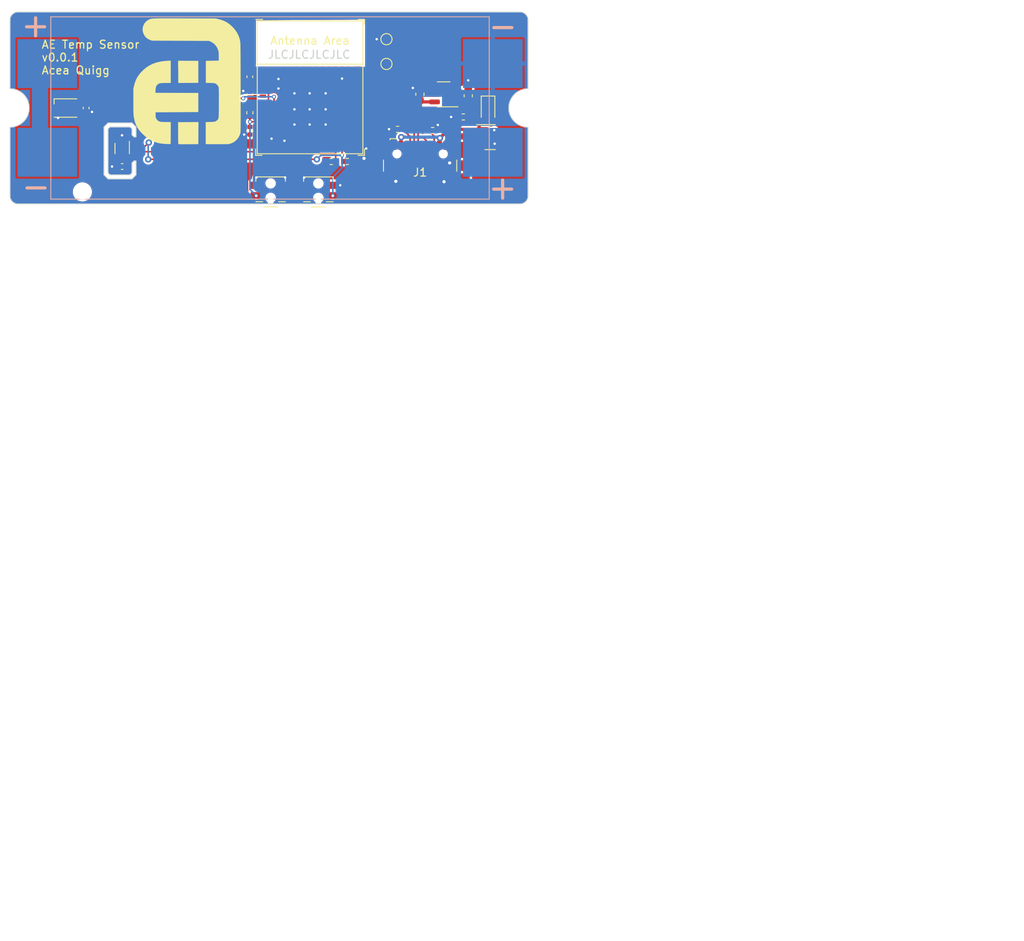
<source format=kicad_pcb>
(kicad_pcb (version 20241229) (generator "pcbnew") (generator_version "9.0")
  (layers (0 "F.Cu" signal) (2 "B.Cu" signal) (13 "F.Paste" user) (15 "B.Paste" user) (5 "F.SilkS" user "F.Silkscreen") (7 "B.SilkS" user "B.Silkscreen") (1 "F.Mask" user) (3 "B.Mask" user) (25 "Edge.Cuts" user))
  (net 0 "")
  (net 1 "GND")
  (net 2 "+3.3V")
  (net 3 "Net-(U1-EN{slash}CHIP_PU)")
  (net 4 "SDA")
  (net 5 "SCL")
  (net 7 "PXL_PWR")
  (net 15 "PXL")
  (net 26 "BATT")
  (net 28 "USB_VBUS")
  (net 29 "Net-(J1-CC1)")
  (net 30 "USBD+")
  (net 31 "USBD-")
  (net 32 "Net-(J1-CC2)")
  (net 39 "BATT_DIS")
  (footprint "Acea:ALPSALPINE-SKSCLBE010_C115361" (layer "F.Cu") (at 145.145 85.664924 180)
    (property "Reference" "SW2" (hide yes))
    (property "Value" "SW_Push")
    (pad "" np_thru_hole circle (at 0 -0.925) (size 0.75 0.75) (drill 0.8) (layers "*.Cu" "*.Mask"))
    (pad "" np_thru_hole circle (at 0 0.9) (size 0.75 0.75) (drill 0.8) (layers "*.Cu" "*.Mask"))
    (pad "1" smd rect (at -1.8 -0.65) (size 1.4 0.9) (layers "F.Cu" "F.Mask" "F.Paste") (net 5 "SCL"))
    (pad "1" smd rect (at 1.8 -0.65) (size 1.4 0.9) (layers "F.Cu" "F.Mask" "F.Paste") (net 5 "SCL"))
    (pad "2" smd rect (at -1.8 0.65) (size 1.4 0.9) (layers "F.Cu" "F.Mask" "F.Paste") (net 1 "GND"))
    (pad "2" smd rect (at 1.8 0.65) (size 1.4 0.9) (layers "F.Cu" "F.Mask" "F.Paste") (net 1 "GND"))
  )
  (footprint "Capacitor_SMD:C_0402_1005Metric" (layer "F.Cu") (at 136.578595 71.434925 90)
    (property "Reference" "C2" (hide yes))
    (property "Value" "100nF")
    (pad "1" smd roundrect (at -0.48 0 90) (size 0.56 0.62) (layers "F.Cu" "F.Mask" "F.Paste") (net 2 "+3.3V"))
    (pad "2" smd roundrect (at 0.48 0 90) (size 0.56 0.62) (layers "F.Cu" "F.Mask" "F.Paste") (net 1 "GND"))
  )
  (footprint "Capacitor_SMD:C_0402_1005Metric" (layer "F.Cu") (at 136.578595 78.184926 -90)
    (property "Reference" "C5" (hide yes))
    (property "Value" "100nF")
    (pad "1" smd roundrect (at -0.48 0 270) (size 0.56 0.62) (layers "F.Cu" "F.Mask" "F.Paste") (net 3 "Net-(U1-EN{slash}CHIP_PU)"))
    (pad "2" smd roundrect (at 0.48 0 270) (size 0.56 0.62) (layers "F.Cu" "F.Mask" "F.Paste") (net 1 "GND"))
  )
  (footprint "Connector_USB:USB_C_Receptacle_GCT_USB4110" (layer "F.Cu") (at 157.86 83.689924)
    (property "Reference" "J1" (at 0 -0.29 0) (layer "F.SilkS"))
    (property "Value" "USB_C_Receptacle_USB2.0")
    (pad "" np_thru_hole circle (at -2.89 -2.605) (size 0.65 0.65) (drill 0.65) (layers "*.Cu" "*.Mask"))
    (pad "" np_thru_hole circle (at 2.89 -2.605) (size 0.65 0.65) (drill 0.65) (layers "*.Cu" "*.Mask"))
    (pad "A1" smd roundrect (at -3.2 -3.68) (size 0.6 1.15) (layers "F.Cu" "F.Mask" "F.Paste") (net 1 "GND"))
    (pad "A4" smd roundrect (at -2.4 -3.68) (size 0.6 1.15) (layers "F.Cu" "F.Mask" "F.Paste") (net 39 "BATT_DIS"))
    (pad "A5" smd roundrect (at -1.25 -3.679999) (size 0.3 1.15) (layers "F.Cu" "F.Mask" "F.Paste") (net 29 "Net-(J1-CC1)"))
    (pad "A6" smd roundrect (at -0.25 -3.68) (size 0.3 1.15) (layers "F.Cu" "F.Mask" "F.Paste") (net 30 "USBD+"))
    (pad "A7" smd roundrect (at 0.25 -3.68) (size 0.3 1.15) (layers "F.Cu" "F.Mask" "F.Paste") (net 31 "USBD-"))
    (pad "A8" smd roundrect (at 1.25 -3.679999) (size 0.3 1.15) (layers "F.Cu" "F.Mask" "F.Paste"))
    (pad "A9" smd roundrect (at 2.4 -3.68) (size 0.6 1.15) (layers "F.Cu" "F.Mask" "F.Paste") (net 39 "BATT_DIS"))
    (pad "A12" smd roundrect (at 3.2 -3.68) (size 0.6 1.15) (layers "F.Cu" "F.Mask" "F.Paste") (net 1 "GND"))
    (pad "B1" smd roundrect (at 3.2 -3.68) (size 0.6 1.15) (layers "F.Cu" "F.Mask" "F.Paste") (net 1 "GND"))
    (pad "B4" smd roundrect (at 2.4 -3.68) (size 0.6 1.15) (layers "F.Cu" "F.Mask" "F.Paste") (net 39 "BATT_DIS"))
    (pad "B5" smd roundrect (at 1.75 -3.68) (size 0.3 1.15) (layers "F.Cu" "F.Mask" "F.Paste") (net 32 "Net-(J1-CC2)"))
    (pad "B6" smd roundrect (at 0.75 -3.68) (size 0.3 1.15) (layers "F.Cu" "F.Mask" "F.Paste") (net 30 "USBD+"))
    (pad "B7" smd roundrect (at -0.75 -3.68) (size 0.3 1.15) (layers "F.Cu" "F.Mask" "F.Paste") (net 31 "USBD-"))
    (pad "B8" smd roundrect (at -1.75 -3.68) (size 0.3 1.15) (layers "F.Cu" "F.Mask" "F.Paste"))
    (pad "B9" smd roundrect (at -2.4 -3.68) (size 0.6 1.15) (layers "F.Cu" "F.Mask" "F.Paste") (net 39 "BATT_DIS"))
    (pad "B12" smd roundrect (at -3.2 -3.68) (size 0.6 1.15) (layers "F.Cu" "F.Mask" "F.Paste") (net 1 "GND"))
    (pad "S1" smd roundrect (at -5.11 -3.105) (size 2.18 2) (layers "F.Cu" "F.Mask" "F.Paste") (roundrect_rratio 0.125) (net 1 "GND"))
    (pad "S1" smd roundrect (at -5.11 0.825) (size 2.18 2) (layers "F.Cu" "F.Mask" "F.Paste") (roundrect_rratio 0.125) (net 1 "GND"))
    (pad "S1" smd roundrect (at 5.11 -3.105) (size 2.18 2) (layers "F.Cu" "F.Mask" "F.Paste") (roundrect_rratio 0.125) (net 1 "GND"))
    (pad "S1" smd roundrect (at 5.11 0.825) (size 2.18 2) (layers "F.Cu" "F.Mask" "F.Paste") (roundrect_rratio 0.125) (net 1 "GND"))
  )
  (footprint "Capacitor_SMD:C_0402_1005Metric" (layer "F.Cu") (at 120.62 82.659923 180)
    (property "Reference" "C4" (hide yes))
    (property "Value" "100nF")
    (pad "1" smd roundrect (at -0.48 0 180) (size 0.56 0.62) (layers "F.Cu" "F.Mask" "F.Paste") (net 2 "+3.3V"))
    (pad "2" smd roundrect (at 0.48 0 180) (size 0.56 0.62) (layers "F.Cu" "F.Mask" "F.Paste") (net 1 "GND"))
  )
  (footprint "Acea:ALPSALPINE-SKSCLBE010_C115361" (layer "F.Cu") (at 139.175 85.659924 180)
    (property "Reference" "SW1" (hide yes))
    (property "Value" "SW_Push")
    (pad "" np_thru_hole circle (at 0 -0.925) (size 0.75 0.75) (drill 0.8) (layers "*.Cu" "*.Mask"))
    (pad "" np_thru_hole circle (at 0 0.9) (size 0.75 0.75) (drill 0.8) (layers "*.Cu" "*.Mask"))
    (pad "1" smd rect (at -1.8 -0.65) (size 1.4 0.9) (layers "F.Cu" "F.Mask" "F.Paste") (net 3 "Net-(U1-EN{slash}CHIP_PU)"))
    (pad "1" smd rect (at 1.8 -0.65) (size 1.4 0.9) (layers "F.Cu" "F.Mask" "F.Paste") (net 3 "Net-(U1-EN{slash}CHIP_PU)"))
    (pad "2" smd rect (at -1.8 0.65) (size 1.4 0.9) (layers "F.Cu" "F.Mask" "F.Paste") (net 1 "GND"))
    (pad "2" smd rect (at 1.8 0.65) (size 1.4 0.9) (layers "F.Cu" "F.Mask" "F.Paste") (net 1 "GND"))
  )
  (footprint "Capacitor_SMD:C_0402_1005Metric" (layer "F.Cu") (at 136.578595 73.664927 90)
    (property "Reference" "C1" (hide yes))
    (property "Value" "100nF")
    (pad "1" smd roundrect (at -0.48 0 90) (size 0.56 0.62) (layers "F.Cu" "F.Mask" "F.Paste") (net 2 "+3.3V"))
    (pad "2" smd roundrect (at 0.48 0 90) (size 0.56 0.62) (layers "F.Cu" "F.Mask" "F.Paste") (net 1 "GND"))
  )
  (footprint "Espressif:ESP32-C3-MINI-1" (layer "F.Cu") (at 144.103595 72.759925)
    (property "Reference" "U1" (hide yes))
    (property "Value" "ESP32-C3-MINI-1")
    (fp_text user "Antenna Area" (at 0 -5.85 0) (layer "F.SilkS"))
    (pad "1" smd rect (at -5.9 -1.3 90) (size 0.4 0.8) (layers "F.Cu" "F.Mask" "F.Paste") (net 1 "GND"))
    (pad "2" smd rect (at -5.9 -0.499999 90) (size 0.4 0.8) (layers "F.Cu" "F.Mask" "F.Paste") (net 1 "GND"))
    (pad "3" smd rect (at -5.9 0.3 90) (size 0.4 0.8) (layers "F.Cu" "F.Mask" "F.Paste") (net 2 "+3.3V"))
    (pad "4" smd rect (at -5.9 1.099999 90) (size 0.4 0.8) (layers "F.Cu" "F.Mask" "F.Paste"))
    (pad "5" smd rect (at -5.9 1.9 90) (size 0.4 0.8) (layers "F.Cu" "F.Mask" "F.Paste") (net 2 "+3.3V"))
    (pad "6" smd rect (at -5.9 2.7 90) (size 0.4 0.8) (layers "F.Cu" "F.Mask" "F.Paste") (net 15 "PXL"))
    (pad "7" smd rect (at -5.9 3.5 90) (size 0.4 0.8) (layers "F.Cu" "F.Mask" "F.Paste"))
    (pad "8" smd rect (at -5.9 4.3 90) (size 0.4 0.8) (layers "F.Cu" "F.Mask" "F.Paste") (net 3 "Net-(U1-EN{slash}CHIP_PU)"))
    (pad "9" smd rect (at -5.9 5.100001 90) (size 0.4 0.8) (layers "F.Cu" "F.Mask" "F.Paste"))
    (pad "10" smd rect (at -5.9 5.9 90) (size 0.4 0.8) (layers "F.Cu" "F.Mask" "F.Paste"))
    (pad "11" smd rect (at -5.9 6.699999 90) (size 0.4 0.8) (layers "F.Cu" "F.Mask" "F.Paste") (net 1 "GND"))
    (pad "12" smd rect (at -4.8 7.6) (size 0.4 0.8) (layers "F.Cu" "F.Mask" "F.Paste"))
    (pad "13" smd rect (at -4.000001 7.6) (size 0.4 0.8) (layers "F.Cu" "F.Mask" "F.Paste"))
    (pad "14" smd rect (at -3.2 7.6) (size 0.4 0.8) (layers "F.Cu" "F.Mask" "F.Paste") (net 1 "GND"))
    (pad "15" smd rect (at -2.4 7.6) (size 0.4 0.8) (layers "F.Cu" "F.Mask" "F.Paste"))
    (pad "16" smd rect (at -1.6 7.6) (size 0.4 0.8) (layers "F.Cu" "F.Mask" "F.Paste"))
    (pad "17" smd rect (at -0.8 7.6) (size 0.4 0.8) (layers "F.Cu" "F.Mask" "F.Paste"))
    (pad "18" smd rect (at 0 7.600001) (size 0.4 0.8) (layers "F.Cu" "F.Mask" "F.Paste"))
    (pad "19" smd rect (at 0.8 7.6) (size 0.4 0.8) (layers "F.Cu" "F.Mask" "F.Paste") (net 7 "PXL_PWR"))
    (pad "20" smd rect (at 1.6 7.6) (size 0.4 0.8) (layers "F.Cu" "F.Mask" "F.Paste"))
    (pad "21" smd rect (at 2.4 7.6) (size 0.4 0.8) (layers "F.Cu" "F.Mask" "F.Paste"))
    (pad "22" smd rect (at 3.2 7.6) (size 0.4 0.8) (layers "F.Cu" "F.Mask" "F.Paste") (net 4 "SDA"))
    (pad "23" smd rect (at 4.000001 7.6) (size 0.4 0.8) (layers "F.Cu" "F.Mask" "F.Paste") (net 5 "SCL"))
    (pad "24" smd rect (at 4.8 7.6) (size 0.4 0.8) (layers "F.Cu" "F.Mask" "F.Paste"))
    (pad "25" smd rect (at 5.9 6.699999 90) (size 0.4 0.8) (layers "F.Cu" "F.Mask" "F.Paste"))
    (pad "26" smd rect (at 5.9 5.9 90) (size 0.4 0.8) (layers "F.Cu" "F.Mask" "F.Paste") (net 31 "USBD-"))
    (pad "27" smd rect (at 5.9 5.100001 90) (size 0.4 0.8) (layers "F.Cu" "F.Mask" "F.Paste") (net 30 "USBD+"))
    (pad "28" smd rect (at 5.9 4.3 90) (size 0.4 0.8) (layers "F.Cu" "F.Mask" "F.Paste"))
    (pad "29" smd rect (at 5.9 3.5 90) (size 0.4 0.8) (layers "F.Cu" "F.Mask" "F.Paste"))
    (pad "30" smd rect (at 5.9 2.7 90) (size 0.4 0.8) (layers "F.Cu" "F.Mask" "F.Paste"))
    (pad "31" smd rect (at 5.9 1.9 90) (size 0.4 0.8) (layers "F.Cu" "F.Mask" "F.Paste"))
    (pad "32" smd rect (at 5.9 1.099999 90) (size 0.4 0.8) (layers "F.Cu" "F.Mask" "F.Paste"))
    (pad "33" smd rect (at 5.9 0.3 90) (size 0.4 0.8) (layers "F.Cu" "F.Mask" "F.Paste"))
    (pad "34" smd rect (at 5.9 -0.499999 90) (size 0.4 0.8) (layers "F.Cu" "F.Mask" "F.Paste"))
    (pad "35" smd rect (at 5.9 -1.3 90) (size 0.4 0.8) (layers "F.Cu" "F.Mask" "F.Paste"))
    (pad "36" smd rect (at 4.8 -2.199999) (size 0.4 0.8) (layers "F.Cu" "F.Mask" "F.Paste") (net 1 "GND"))
    (pad "37" smd rect (at 4 -2.2) (size 0.4 0.8) (layers "F.Cu" "F.Mask" "F.Paste") (net 1 "GND"))
    (pad "38" smd rect (at 3.2 -2.2) (size 0.4 0.8) (layers "F.Cu" "F.Mask" "F.Paste") (net 1 "GND"))
    (pad "39" smd rect (at 2.4 -2.2) (size 0.4 0.8) (layers "F.Cu" "F.Mask" "F.Paste") (net 1 "GND"))
    (pad "40" smd rect (at 1.6 -2.2) (size 0.4 0.8) (layers "F.Cu" "F.Mask" "F.Paste") (net 1 "GND"))
    (pad "41" smd rect (at 0.8 -2.199999) (size 0.4 0.8) (layers "F.Cu" "F.Mask" "F.Paste") (net 1 "GND"))
    (pad "42" smd rect (at 0 -2.2) (size 0.4 0.8) (layers "F.Cu" "F.Mask" "F.Paste") (net 1 "GND"))
    (pad "43" smd rect (at -0.8 -2.199999) (size 0.4 0.8) (layers "F.Cu" "F.Mask" "F.Paste") (net 1 "GND"))
    (pad "44" smd rect (at -1.6 -2.2) (size 0.4 0.8) (layers "F.Cu" "F.Mask" "F.Paste") (net 1 "GND"))
    (pad "45" smd rect (at -2.4 -2.2) (size 0.4 0.8) (layers "F.Cu" "F.Mask" "F.Paste") (net 1 "GND"))
    (pad "46" smd rect (at -3.2 -2.2) (size 0.4 0.8) (layers "F.Cu" "F.Mask" "F.Paste") (net 1 "GND"))
    (pad "47" smd rect (at -4 -2.2) (size 0.4 0.8) (layers "F.Cu" "F.Mask" "F.Paste") (net 1 "GND"))
    (pad "48" smd rect (at -4.8 -2.199999) (size 0.4 0.8) (layers "F.Cu" "F.Mask" "F.Paste") (net 1 "GND"))
    (pad "49" smd rect (at -1.975 2.7 90) (size 1.45 1.45) (layers "F.Cu" "F.Mask" "F.Paste") (net 1 "GND"))
    (pad "49" smd rect (at -1.975 4.675 90) (size 1.45 1.45) (layers "F.Cu" "F.Mask" "F.Paste") (net 1 "GND"))
    (pad "49" smd custom (at -1.974999 0.725) (size 0.8 0.8) (layers "F.Cu" "F.Mask" "F.Paste") (net 1 "GND") (options (clearance outline) (anchor rect)) (primitives (gr_poly (pts (xy 0.725 0.725) (xy -0.725 0.725) (xy -0.725 -0.125) (xy -0.125 -0.725) (xy 0.725 -0.725)) (width 0) (fill yes))))
    (pad "49" smd rect (at 0 0.724999 90) (size 1.45 1.45) (layers "F.Cu" "F.Mask" "F.Paste") (net 1 "GND"))
    (pad "49" smd rect (at 0 2.7 90) (size 1.45 1.45) (layers "F.Cu" "F.Mask" "F.Paste") (net 1 "GND"))
    (pad "49" smd rect (at 0 4.675 90) (size 1.45 1.45) (layers "F.Cu" "F.Mask" "F.Paste") (net 1 "GND"))
    (pad "49" smd rect (at 1.974999 0.725 90) (size 1.45 1.45) (layers "F.Cu" "F.Mask" "F.Paste") (net 1 "GND"))
    (pad "49" smd rect (at 1.975 2.7 90) (size 1.45 1.45) (layers "F.Cu" "F.Mask" "F.Paste") (net 1 "GND"))
    (pad "49" smd rect (at 1.975 4.675 90) (size 1.45 1.45) (layers "F.Cu" "F.Mask" "F.Paste") (net 1 "GND"))
    (pad "50" smd rect (at 5.95 -2.25 90) (size 0.7 0.7) (layers "F.Cu" "F.Mask" "F.Paste") (net 1 "GND"))
    (pad "51" smd rect (at 5.95 7.65 90) (size 0.7 0.7) (layers "F.Cu" "F.Mask" "F.Paste") (net 1 "GND"))
    (pad "52" smd rect (at -5.95 7.65 90) (size 0.7 0.7) (layers "F.Cu" "F.Mask" "F.Paste") (net 1 "GND"))
    (pad "53" smd rect (at -5.95 -2.25 90) (size 0.7 0.7) (layers "F.Cu" "F.Mask" "F.Paste") (net 1 "GND"))
  )
  (footprint "LED_SMD:LED_WS2812B-2020_PLCC4_2.0x2.0mm" (layer "F.Cu") (at 113.529999 75.344923)
    (property "Reference" "D2" (hide yes))
    (property "Value" "WS2812-2020")
    (pad "1" smd rect (at -0.915 -0.55) (size 0.7 0.7) (layers "F.Cu" "F.Mask" "F.Paste"))
    (pad "2" smd rect (at -0.915 0.55) (size 0.7 0.7) (layers "F.Cu" "F.Mask" "F.Paste") (net 1 "GND"))
    (pad "3" smd rect (at 0.915 0.55) (size 0.7 0.7) (layers "F.Cu" "F.Mask" "F.Paste") (net 15 "PXL"))
    (pad "4" smd rect (at 0.915 -0.55) (size 0.7 0.7) (layers "F.Cu" "F.Mask" "F.Paste") (net 7 "PXL_PWR"))
  )
  (footprint "kicad:ae_15mm" (layer "F.Cu") (at 128.666929 72.178447)
    (property "Reference" "G***" (hide yes))
    (property "Value" "LOGO" (hide yes))
  )
  (footprint "Resistor_SMD:R_0402_1005Metric" (layer "F.Cu") (at 163.262499 76.459923 180)
    (property "Reference" "R2" (hide yes))
    (property "Value" "100k")
    (pad "1" smd roundrect (at -0.509999 0 180) (size 0.54 0.64) (layers "F.Cu" "F.Mask" "F.Paste") (net 39 "BATT_DIS"))
    (pad "2" smd roundrect (at 0.509999 0 180) (size 0.54 0.64) (layers "F.Cu" "F.Mask" "F.Paste") (net 1 "GND"))
  )
  (footprint "Resistor_SMD:R_0402_1005Metric" (layer "F.Cu") (at 136.578595 75.934926 -90)
    (property "Reference" "R1" (hide yes))
    (property "Value" "5.1k")
    (pad "1" smd roundrect (at -0.509999 0 270) (size 0.54 0.64) (layers "F.Cu" "F.Mask" "F.Paste") (net 2 "+3.3V"))
    (pad "2" smd roundrect (at 0.509999 0 270) (size 0.54 0.64) (layers "F.Cu" "F.Mask" "F.Paste") (net 3 "Net-(U1-EN{slash}CHIP_PU)"))
  )
  (footprint "Resistor_SMD:R_0402_1005Metric" (layer "F.Cu") (at 148.75 82.034924 180)
    (property "Reference" "R4" (hide yes))
    (property "Value" "5.1k")
    (pad "1" smd roundrect (at -0.509999 0 180) (size 0.54 0.64) (layers "F.Cu" "F.Mask" "F.Paste") (net 2 "+3.3V"))
    (pad "2" smd roundrect (at 0.509999 0 180) (size 0.54 0.64) (layers "F.Cu" "F.Mask" "F.Paste") (net 5 "SCL"))
  )
  (footprint "Package_TO_SOT_SMD:SOT-563" (layer "F.Cu") (at 120.62 80.409925 -90)
    (property "Reference" "U2" (hide yes))
    (property "Value" "TMP102xxDRL")
    (pad "1" smd rect (at -0.75 -0.499999 270) (size 0.7 0.34) (layers "F.Cu" "F.Mask" "F.Paste") (net 5 "SCL"))
    (pad "2" smd rect (at -0.75 0 270) (size 0.7 0.34) (layers "F.Cu" "F.Mask" "F.Paste") (net 1 "GND"))
    (pad "3" smd rect (at -0.75 0.499999 270) (size 0.7 0.34) (layers "F.Cu" "F.Mask" "F.Paste"))
    (pad "4" smd rect (at 0.75 0.499999 270) (size 0.7 0.34) (layers "F.Cu" "F.Mask" "F.Paste") (net 1 "GND"))
    (pad "5" smd rect (at 0.75 0 270) (size 0.7 0.34) (layers "F.Cu" "F.Mask" "F.Paste") (net 2 "+3.3V"))
    (pad "6" smd rect (at 0.75 -0.499999 270) (size 0.7 0.34) (layers "F.Cu" "F.Mask" "F.Paste") (net 4 "SDA"))
  )
  (footprint "Package_TO_SOT_SMD:SOT-23" (layer "F.Cu") (at 166.6 78.984925)
    (property "Reference" "Q1" (hide yes))
    (property "Value" "AP3415E")
    (pad "1" smd roundrect (at -0.9375 -0.95) (size 1.475 0.6) (layers "F.Cu" "F.Mask" "F.Paste") (net 39 "BATT_DIS"))
    (pad "2" smd roundrect (at -0.9375 0.95) (size 1.475 0.6) (layers "F.Cu" "F.Mask" "F.Paste") (net 2 "+3.3V"))
    (pad "3" smd roundrect (at 0.937501 0) (size 1.475 0.6) (layers "F.Cu" "F.Mask" "F.Paste") (net 26 "BATT"))
  )
  (footprint "Resistor_SMD:R_0402_1005Metric" (layer "F.Cu") (at 146.75 82.034924)
    (property "Reference" "R3" (hide yes))
    (property "Value" "5.1k")
    (pad "1" smd roundrect (at -0.509999 0) (size 0.54 0.64) (layers "F.Cu" "F.Mask" "F.Paste") (net 2 "+3.3V"))
    (pad "2" smd roundrect (at 0.509999 0) (size 0.54 0.64) (layers "F.Cu" "F.Mask" "F.Paste") (net 4 "SDA"))
  )
  (footprint "Diode_SMD:D_SOD-323" (layer "F.Cu") (at 166.350001 75.459925 -90)
    (property "Reference" "D1" (hide yes))
    (property "Value" "1N5819WS")
    (pad "1" smd roundrect (at -1.05 0 270) (size 0.6 0.45) (layers "F.Cu" "F.Mask" "F.Paste") (net 28 "USB_VBUS"))
    (pad "2" smd roundrect (at 1.05 0 270) (size 0.6 0.45) (layers "F.Cu" "F.Mask" "F.Paste") (net 39 "BATT_DIS"))
  )
  (footprint "Resistor_SMD:R_0402_1005Metric" (layer "F.Cu") (at 159.425001 78.159925 180)
    (property "Reference" "R6" (hide yes))
    (property "Value" "5.1k")
    (pad "1" smd roundrect (at -0.509999 0 180) (size 0.54 0.64) (layers "F.Cu" "F.Mask" "F.Paste") (net 1 "GND"))
    (pad "2" smd roundrect (at 0.509999 0 180) (size 0.54 0.64) (layers "F.Cu" "F.Mask" "F.Paste") (net 32 "Net-(J1-CC2)"))
  )
  (footprint "TestPoint:TestPoint_Pad_D1.0mm" (layer "F.Cu") (at 153.653595 66.734924 90)
    (property "Reference" "TP3" (hide yes))
    (property "Value" "RxD")
    (pad "1" smd circle (at 0 0 90) (size 1 1) (layers "F.Cu" "F.Mask") (net 1 "GND"))
  )
  (footprint "Resistor_SMD:R_0402_1005Metric" (layer "F.Cu") (at 155.049999 78.009923 180)
    (property "Reference" "R5" (hide yes))
    (property "Value" "5.1k")
    (pad "1" smd roundrect (at -0.509999 0 180) (size 0.54 0.64) (layers "F.Cu" "F.Mask" "F.Paste") (net 29 "Net-(J1-CC1)"))
    (pad "2" smd roundrect (at 0.509999 0 180) (size 0.54 0.64) (layers "F.Cu" "F.Mask" "F.Paste") (net 1 "GND"))
  )
  (footprint "Capacitor_SMD:C_0603_1608Metric" (layer "F.Cu") (at 157.834847 73.618026 90)
    (property "Reference" "C7" (hide yes))
    (property "Value" "10uF")
    (pad "1" smd roundrect (at -0.775 0 90) (size 0.9 0.95) (layers "F.Cu" "F.Mask" "F.Paste") (net 2 "+3.3V"))
    (pad "2" smd roundrect (at 0.775 0 90) (size 0.9 0.95) (layers "F.Cu" "F.Mask" "F.Paste") (net 1 "GND"))
  )
  (footprint "Capacitor_SMD:C_0603_1608Metric" (layer "F.Cu") (at 163.87548 73.810028 90)
    (property "Reference" "C6" (hide yes))
    (property "Value" "10uF")
    (pad "1" smd roundrect (at -0.775 0 90) (size 0.9 0.95) (layers "F.Cu" "F.Mask" "F.Paste") (net 28 "USB_VBUS"))
    (pad "2" smd roundrect (at 0.775 0 90) (size 0.9 0.95) (layers "F.Cu" "F.Mask" "F.Paste") (net 1 "GND"))
  )
  (footprint "Capacitor_SMD:C_0402_1005Metric" (layer "F.Cu") (at 116.114999 75.344923 -90)
    (property "Reference" "C3" (hide yes))
    (property "Value" "100nF")
    (pad "1" smd roundrect (at -0.48 0 270) (size 0.56 0.62) (layers "F.Cu" "F.Mask" "F.Paste") (net 7 "PXL_PWR"))
    (pad "2" smd roundrect (at 0.48 0 270) (size 0.56 0.62) (layers "F.Cu" "F.Mask" "F.Paste") (net 1 "GND"))
  )
  (footprint "TestPoint:TestPoint_Pad_D1.0mm" (layer "F.Cu") (at 153.653596 69.834925 90)
    (property "Reference" "TP5" (hide yes))
    (property "Value" "TestPoint")
    (pad "1" smd circle (at 0 0 90) (size 1 1) (layers "F.Cu" "F.Mask") (net 2 "+3.3V"))
  )
  (footprint "Package_TO_SOT_SMD:SOT-23-5" (layer "F.Cu") (at 160.804914 73.630537 180)
    (property "Reference" "U4" (hide yes))
    (property "Value" "AP2112K-3.3")
    (pad "1" smd roundrect (at -1.1375 -0.949999 180) (size 1.325 0.6) (layers "F.Cu" "F.Mask" "F.Paste") (net 28 "USB_VBUS"))
    (pad "2" smd roundrect (at -1.1375 0 180) (size 1.325 0.6) (layers "F.Cu" "F.Mask" "F.Paste") (net 1 "GND"))
    (pad "3" smd roundrect (at -1.1375 0.949999 180) (size 1.325 0.6) (layers "F.Cu" "F.Mask" "F.Paste") (net 28 "USB_VBUS"))
    (pad "4" smd roundrect (at 1.1375 0.949999 180) (size 1.325 0.6) (layers "F.Cu" "F.Mask" "F.Paste"))
    (pad "5" smd roundrect (at 1.1375 -0.949999 180) (size 1.325 0.6) (layers "F.Cu" "F.Mask" "F.Paste") (net 2 "+3.3V"))
  )
  (footprint "Acea:BatteryHolder_BH-AAA-B5AK001_C964882" (layer "B.Cu") (at 139.1 75.334924)
    (property "Reference" "BT2" (hide yes))
    (property "Value" "Battery")
    (pad "" np_thru_hole circle (at -23.45 10.5) (size 1.9 1.9) (drill 1.9) (layers "*.Cu" "*.Mask"))
    (pad "1" smd rect (at 27.849999 5.55) (size 7.45 6.1) (layers "B.Cu" "B.Mask" "B.Paste") (net 26 "BATT"))
    (pad "2" smd rect (at 27.849999 -5.55) (size 7.45 6.1) (layers "B.Cu" "B.Mask" "B.Paste") (net 1 "GND"))
    (pad "3" smd rect (at -27.849999 -5.55) (size 7.45 6.1) (layers "B.Cu" "B.Mask" "B.Paste"))
    (pad "3" smd rect (at -27.849999 5.55) (size 7.45 6.1) (layers "B.Cu" "B.Mask" "B.Paste"))
  )
  (gr_line (start 122.099999 78.959925) (end 121.85 78.709925) (stroke (width 0.1)) (layer "Edge.Cuts"))
  (gr_arc (start 171.35 86.334924) (mid 171.057106 87.042031) (end 170.35 87.334925) (stroke (width 0.1)) (layer "Edge.Cuts"))
  (gr_arc (start 107.6 87.334925) (mid 106.892894 87.042032) (end 106.6 86.334924) (stroke (width 0.1)) (layer "Edge.Cuts"))
  (gr_arc (start 171.35 77.740595) (mid 168.944329 75.334924) (end 171.35 72.929253) (stroke (width 0.1)) (layer "Edge.Cuts"))
  (gr_line (start 171.35 72.929253) (end 171.35 64.334923) (stroke (width 0.1)) (layer "Edge.Cuts"))
  (gr_line (start 171.35 86.3349) (end 171.35 77.74057) (stroke (width 0.1)) (layer "Edge.Cuts"))
  (gr_line (start 122.35 78.959925) (end 122.099999 78.959925) (stroke (width 0.1)) (layer "Edge.Cuts"))
  (gr_line (start 121.85 82.209925) (end 121.85 83.459923) (stroke (width 0.1)) (layer "Edge.Cuts"))
  (gr_line (start 121.85 78.709925) (end 121.85 77.959925) (stroke (width 0.1)) (layer "Edge.Cuts"))
  (gr_line (start 118.85 77.959923) (end 119.1 77.709923) (stroke (width 0.1)) (layer "Edge.Cuts"))
  (gr_line (start 106.6 86.327829) (end 106.6 77.733546) (stroke (width 0.1)) (layer "Edge.Cuts"))
  (gr_line (start 118.85 77.209923) (end 121.85 77.209925) (stroke (width 0.1)) (layer "Edge.Cuts"))
  (gr_arc (start 170.35 63.334925) (mid 171.057106 63.627818) (end 171.35 64.334923) (stroke (width 0.1)) (layer "Edge.Cuts"))
  (gr_line (start 121.85 77.209925) (end 122.35 77.709923) (stroke (width 0.1)) (layer "Edge.Cuts"))
  (gr_line (start 121.85 84.209923) (end 122.35 83.709925) (stroke (width 0.1)) (layer "Edge.Cuts"))
  (gr_line (start 121.85 77.959925) (end 121.600001 77.709923) (stroke (width 0.1)) (layer "Edge.Cuts"))
  (gr_line (start 119.1 83.709925) (end 118.85 83.459924) (stroke (width 0.1)) (layer "Edge.Cuts"))
  (gr_arc (start 106.6 72.929253) (mid 109.005671 75.334924) (end 106.6 77.740595) (stroke (width 0.1)) (layer "Edge.Cuts"))
  (gr_line (start 118.350001 83.709925) (end 118.85 84.209924) (stroke (width 0.1)) (layer "Edge.Cuts"))
  (gr_line (start 121.600001 83.709925) (end 119.1 83.709925) (stroke (width 0.1)) (layer "Edge.Cuts"))
  (gr_line (start 122.100001 81.959924) (end 121.85 82.209925) (stroke (width 0.1)) (layer "Edge.Cuts"))
  (gr_arc (start 106.599999 64.334924) (mid 106.892893 63.627818) (end 107.6 63.334925) (stroke (width 0.1)) (layer "Edge.Cuts"))
  (gr_line (start 118.85 84.209924) (end 121.85 84.209923) (stroke (width 0.1)) (layer "Edge.Cuts"))
  (gr_line (start 107.6 87.334925) (end 170.35 87.334925) (stroke (width 0.1)) (layer "Edge.Cuts"))
  (gr_line (start 121.85 83.459923) (end 121.600001 83.709925) (stroke (width 0.1)) (layer "Edge.Cuts"))
  (gr_line (start 122.35 83.709925) (end 122.35 81.959925) (stroke (width 0.1)) (layer "Edge.Cuts"))
  (gr_line (start 118.85 83.459924) (end 118.85 77.959923) (stroke (width 0.1)) (layer "Edge.Cuts"))
  (gr_line (start 119.1 77.709923) (end 121.600001 77.709923) (stroke (width 0.1)) (layer "Edge.Cuts"))
  (gr_line (start 118.350001 77.709923) (end 118.85 77.209923) (stroke (width 0.1)) (layer "Edge.Cuts"))
  (gr_line (start 118.350001 77.709923) (end 118.350001 83.709925) (stroke (width 0.1)) (layer "Edge.Cuts"))
  (gr_line (start 106.599999 72.929207) (end 106.599999 64.334924) (stroke (width 0.1)) (layer "Edge.Cuts"))
  (gr_line (start 122.35 78.959925) (end 122.35 77.709923) (stroke (width 0.1)) (layer "Edge.Cuts"))
  (gr_line (start 107.6 63.334925) (end 170.35 63.334925) (stroke (width 0.1)) (layer "Edge.Cuts"))
  (gr_line (start 122.35 81.959925) (end 122.100001 81.959924) (stroke (width 0.1)) (layer "Edge.Cuts"))
  (gr_text "AE Temp Sensor\nv0.0.1\nAcea Quigg" (at 110.475 71.209924 0) (layer "F.SilkS") (effects (font (size 1 1)) (justify left bottom)))
  (gr_text "JLCJLCJLCJLC" (at 138.75 69.25 0) (layer "Edge.Cuts") (effects (font (size 1 1)) (justify left bottom)))
  (segment (start 110.346557 70.688369) (end 110.346557 79.98148) (width 2) (layer "B.Cu") (net 0))
  (segment (start 120.139998 82.659924) (end 119.349999 82.659925) (width 0.2) (layer "F.Cu") (net 1))
  (segment (start 146.053595 75.509926) (end 142.153596 75.509925) (width 0.2) (layer "F.Cu") (net 1))
  (segment (start 138.153594 72.209925) (end 138.203595 72.259925) (width 0.4) (layer "F.Cu") (net 1))
  (segment (start 137.023595 70.509925) (end 136.578595 70.954925) (width 0.4) (layer "F.Cu") (net 1))
  (segment (start 146.50054 73.06298) (end 146.50054 70.562981) (width 0.4) (layer "F.Cu") (net 1))
  (segment (start 139.503593 72.259925) (end 140.153594 72.909926) (width 0.4) (layer "F.Cu") (net 1))
  (segment (start 144.103595 73.484925) (end 144.103595 77.359925) (width 0.4) (layer "F.Cu") (net 1))
  (segment (start 137.375001 85.009923) (end 137.375001 84.063684) (width 0.2) (layer "F.Cu") (net 1))
  (segment (start 136.578595 73.184927) (end 135.778595 73.184927) (width 0.4) (layer "F.Cu") (net 1))
  (segment (start 116.839999 75.824925) (end 116.85 75.834925) (width 0.2) (layer "F.Cu") (net 1))
  (segment (start 140.903596 79.434925) (end 140.903596 80.359923) (width 0.2) (layer "F.Cu") (net 1))
  (segment (start 146.053595 73.509924) (end 142.153595 73.509926) (width 0.2) (layer "F.Cu") (net 1))
  (segment (start 163.279971 73.630537) (end 161.942415 73.630537) (width 0.4) (layer "F.Cu") (net 1))
  (segment (start 138.153595 80.409925) (end 138.153595 79.509925) (width 0.2) (layer "F.Cu") (net 1))
  (segment (start 151.301546 80.584925) (end 151.127687 80.411064) (width 0.4) (layer "F.Cu") (net 1))
  (segment (start 140.103596 71.659925) (end 140.153594 71.709924) (width 0.4) (layer "F.Cu") (net 1))
  (segment (start 147.874576 85.004844) (end 146.955081 85.004844) (width 0.2) (layer "F.Cu") (net 1))
  (segment (start 152.749999 80.584925) (end 151.301546 80.584925) (width 0.4) (layer "F.Cu") (net 1))
  (segment (start 142.128594 73.534924) (end 142.128594 77.434925) (width 0.2) (layer "F.Cu") (net 1))
  (segment (start 139.003596 79.459922) (end 138.203595 79.459924) (width 0.2) (layer "F.Cu") (net 1))
  (segment (start 162.97 80.789924) (end 161.55 82.209924) (width 0.4) (layer "F.Cu") (net 1))
  (segment (start 141.703887 73.060214) (end 141.703886 70.560215) (width 0.4) (layer "F.Cu") (net 1))
  (segment (start 161.06 80.009924) (end 162.395 80.009924) (width 0.4) (layer "F.Cu") (net 1))
  (segment (start 120.120001 81.159924) (end 120.119998 82.639923) (width 0.2) (layer "F.Cu") (net 1))
  (segment (start 152.454328 66.734925) (end 152.450091 66.730688) (width 0.2) (layer "F.Cu") (net 1))
  (segment (start 160.06 77.474922) (end 160.06 78.034925) (width 0.2) (layer "F.Cu") (net 1))
  (segment (start 153.975 77.984924) (end 154.515 77.984924) (width 0.2) (layer "F.Cu") (net 1))
  (segment (start 135.875352 78.664925) (end 135.870019 78.659592) (width 0.2) (layer "F.Cu") (net 1))
  (segment (start 139.289298 79.174223) (end 139.003596 79.459922) (width 0.2) (layer "F.Cu") (net 1))
  (segment (start 138.203595 72.259925) (end 139.503593 72.259925) (width 0.4) (layer "F.Cu") (net 1))
  (segment (start 137.375001 84.063684) (end 137.400688 84.037997) (width 0.2) (layer "F.Cu") (net 1))
  (segment (start 139.303595 70.559925) (end 138.203595 70.559925) (width 0.4) (layer "F.Cu") (net 1))
  (segment (start 160.895001 84.514925) (end 160.85 84.559924) (width 0.4) (layer "F.Cu") (net 1))
  (segment (start 160.075 77.459925) (end 160.06 77.474922) (width 0.2) (layer "F.Cu") (net 1))
  (segment (start 161.737501 76.459923) (end 162.5025 76.459925) (width 0.2) (layer "F.Cu") (net 1))
  (segment (start 136.578595 78.664926) (end 135.875352 78.664925) (width 0.2) (layer "F.Cu") (net 1))
  (segment (start 150.053596 80.409924) (end 151.126547 80.409924) (width 0.4) (layer "F.Cu") (net 1))
  (segment (start 142.128595 73.484925) (end 141.703887 73.060214) (width 0.4) (layer "F.Cu") (net 1))
  (segment (start 140.975 85.009924) (end 140.975 84.053627) (width 0.2) (layer "F.Cu") (net 1))
  (segment (start 154.66 80.009923) (end 153.325 80.009924) (width 0.4) (layer "F.Cu") (net 1))
  (segment (start 116.114999 75.824925) (end 116.839999 75.824925) (width 0.2) (layer "F.Cu") (net 1))
  (segment (start 148.953595 70.509925) (end 148.903595 70.559925) (width 0.4) (layer "F.Cu") (net 1))
  (segment (start 112.6 76.584922) (end 112.6 75.909925) (width 0.2) (layer "F.Cu") (net 1))
  (segment (start 146.078595 77.434923) (end 142.178594 77.434923) (width 0.2) (layer "F.Cu") (net 1))
  (segment (start 143.345001 85.014923) (end 143.345 84.071688) (width 0.2) (layer "F.Cu") (net 1))
  (segment (start 150.053596 70.509924) (end 148.953595 70.509925) (width 0.4) (layer "F.Cu") (net 1))
  (segment (start 138.153594 70.509925) (end 137.023595 70.509925) (width 0.4) (layer "F.Cu") (net 1))
  (segment (start 135.778595 73.184927) (end 135.753596 73.209925) (width 0.4) (layer "F.Cu") (net 1))
  (segment (start 151.127687 81.357239) (end 150.85 81.634925) (width 0.4) (layer "F.Cu") (net 1))
  (segment (start 154.819999 84.514924) (end 154.824999 84.509924) (width 0.4) (layer "F.Cu") (net 1))
  (segment (start 152.749999 84.514924) (end 154.819999 84.514924) (width 0.4) (layer "F.Cu") (net 1))
  (segment (start 163.875 71.884925) (end 163.875 73.034549) (width 0.4) (layer "F.Cu") (net 1))
  (segment (start 156.95 72.834924) (end 157.826745 72.834925) (width 0.4) (layer "F.Cu") (net 1))
  (segment (start 120.62 79.659925) (end 120.62 78.779925) (width 0.2) (layer "F.Cu") (net 1))
  (segment (start 120.62 78.779925) (end 120.6 78.759925) (width 0.2) (layer "F.Cu") (net 1))
  (segment (start 162.97 84.514924) (end 160.895001 84.514925) (width 0.4) (layer "F.Cu") (net 1))
  (segment (start 153.653595 66.734924) (end 152.454328 66.734925) (width 0.2) (layer "F.Cu") (net 1))
  (segment (start 139.303595 70.559925) (end 148.903595 70.559925) (width 0.4) (layer "F.Cu") (net 1))
  (segment (start 148.103594 71.659926) (end 148.103594 70.559925) (width 0.4) (layer "F.Cu") (net 1))
  (segment (start 151.127687 80.411064) (end 151.127687 81.357239) (width 0.4) (layer "F.Cu") (net 1))
  (segment (start 140.975 84.053627) (end 140.990629 84.037998) (width 0.2) (layer "F.Cu") (net 1))
  (segment (start 138.153594 70.509925) (end 138.153594 72.209925) (width 0.4) (layer "F.Cu") (net 1))
  (segment (start 163.87548 73.035029) (end 163.279971 73.630537) (width 0.4) (layer "F.Cu") (net 1))
  (segment (start 146.078595 73.534925) (end 146.078595 77.434923) (width 0.2) (layer "F.Cu") (net 1))
  (segment (start 140.103596 70.559923) (end 140.103596 71.659925) (width 0.4) (layer "F.Cu") (net 1))
  (segment (start 143.345 84.071688) (end 143.363286 84.053405) (width 0.2) (layer "F.Cu") (net 1))
  (segment (start 151.126547 80.409924) (end 151.127687 80.411064) (width 0.4) (layer "F.Cu") (net 1))
  (segment (start 144.103595 73.484925) (end 144.103595 70.559925) (width 0.4) (layer "F.Cu") (net 1))
  (via (at 156.95 72.834924) (size 0.5) (drill 0.3) (layers "F.Cu" "B.Cu") (net 1))
  (via (at 146.053595 73.509924) (size 0.5) (drill 0.3) (layers "F.Cu" "B.Cu") (net 1))
  (via (at 139.289298 79.174223) (size 0.5) (drill 0.3) (layers "F.Cu" "B.Cu") (net 1))
  (via (at 119.349999 82.659925) (size 0.5) (drill 0.3) (layers "F.Cu" "B.Cu") (net 1))
  (via (at 140.903596 79.434925) (size 0.5) (drill 0.3) (layers "F.Cu" "B.Cu") (net 1))
  (via (at 120.6 78.759925) (size 0.5) (drill 0.3) (layers "F.Cu" "B.Cu") (net 1))
  (via (at 151.127687 80.411064) (size 0.5) (drill 0.3) (layers "F.Cu" "B.Cu") (net 1))
  (via (at 154.824999 84.509924) (size 0.8) (drill 0.4) (layers "F.Cu" "B.Cu") (net 1))
  (via (at 135.753596 73.209925) (size 0.5) (drill 0.3) (layers "F.Cu" "B.Cu") (net 1))
  (via (at 143.363286 84.053405) (size 0.5) (drill 0.3) (layers "F.Cu" "B.Cu") (net 1))
  (via (at 161.737501 76.459923) (size 0.5) (drill 0.3) (layers "F.Cu" "B.Cu") (net 1))
  (via (at 144.053594 77.409925) (size 0.5) (drill 0.3) (layers "F.Cu" "B.Cu") (net 1))
  (via (at 160.85 84.559924) (size 0.8) (drill 0.4) (layers "F.Cu" "B.Cu") (net 1))
  (via (at 147.874576 85.004844) (size 0.5) (drill 0.3) (layers "F.Cu" "B.Cu") (net 1))
  (via (at 137.400688 84.037997) (size 0.5) (drill 0.3) (layers "F.Cu" "B.Cu") (net 1))
  (via (at 142.153595 73.509926) (size 0.5) (drill 0.3) (layers "F.Cu" "B.Cu") (net 1))
  (via (at 153.975 77.984924) (size 0.5) (drill 0.3) (layers "F.Cu" "B.Cu") (net 1))
  (via (at 140.153594 71.709924) (size 0.5) (drill 0.3) (layers "F.Cu" "B.Cu") (net 1))
  (via (at 112.6 76.584922) (size 0.5) (drill 0.3) (layers "F.Cu" "B.Cu") (net 1))
  (via (at 146.053595 75.509926) (size 0.5) (drill 0.3) (layers "F.Cu" "B.Cu") (net 1))
  (via (at 150.85 81.634925) (size 0.8) (drill 0.4) (layers "F.Cu" "B.Cu") (net 1))
  (via (at 116.85 75.834925) (size 0.5) (drill 0.3) (layers "F.Cu" "B.Cu") (net 1))
  (via (at 148.103594 71.659926) (size 0.5) (drill 0.3) (layers "F.Cu" "B.Cu") (net 1))
  (via (at 140.990629 84.037998) (size 0.5) (drill 0.3) (layers "F.Cu" "B.Cu") (net 1))
  (via (at 135.870019 78.659592) (size 0.5) (drill 0.3) (layers "F.Cu" "B.Cu") (net 1))
  (via (at 160.075 77.459925) (size 0.5) (drill 0.3) (layers "F.Cu" "B.Cu") (net 1))
  (via (at 152.433595 66.734923) (size 0.5) (drill 0.3) (layers "F.Cu" "B.Cu") (net 1))
  (via (at 161.55 82.209924) (size 0.8) (drill 0.4) (layers "F.Cu" "B.Cu") (net 1))
  (via (at 144.053595 73.509926) (size 0.5) (drill 0.3) (layers "F.Cu" "B.Cu") (net 1))
  (via (at 163.875 71.884925) (size 0.5) (drill 0.3) (layers "F.Cu" "B.Cu") (net 1))
  (via (at 142.153596 75.509925) (size 0.5) (drill 0.3) (layers "F.Cu" "B.Cu") (net 1))
  (via (at 146.053595 77.409926) (size 0.5) (drill 0.3) (layers "F.Cu" "B.Cu") (net 1))
  (via (at 142.153596 77.409926) (size 0.5) (drill 0.3) (layers "F.Cu" "B.Cu") (net 1))
  (via (at 144.053594 75.509925) (size 0.5) (drill 0.3) (layers "F.Cu" "B.Cu") (net 1))
  (via (at 140.153594 72.909926) (size 0.5) (drill 0.3) (layers "F.Cu" "B.Cu") (net 1))
  (segment (start 137.953596 74.409925) (end 136.843594 74.409925) (width 0.2) (layer "F.Cu") (net 2))
  (segment (start 138.803595 74.659924) (end 138.903595 74.559923) (width 0.2) (layer "F.Cu") (net 2))
  (segment (start 121.1 82.409924) (end 121.1 82.659924) (width 0.2) (layer "F.Cu") (net 2))
  (segment (start 138.903595 74.559923) (end 138.903595 73.138518) (width 0.2) (layer "F.Cu") (net 2))
  (segment (start 138.203595 74.659924) (end 137.953596 74.409925) (width 0.2) (layer "F.Cu") (net 2))
  (segment (start 138.203595 74.659924) (end 138.803595 74.659924) (width 0.2) (layer "F.Cu") (net 2))
  (segment (start 138.203595 73.059925) (end 137.723595 73.059922) (width 0.4) (layer "F.Cu") (net 2))
  (segment (start 138.903595 73.138518) (end 138.824999 73.059923) (width 0.2) (layer "F.Cu") (net 2))
  (segment (start 159.667414 74.580539) (end 158.022358 74.580538) (width 0.4) (layer "F.Cu") (net 2))
  (segment (start 120.62 81.159922) (end 120.62 81.929923) (width 0.2) (layer "F.Cu") (net 2))
  (segment (start 137.723595 73.059922) (end 136.578595 71.914925) (width 0.4) (layer "F.Cu") (net 2))
  (segment (start 138.824999 73.059923) (end 138.203595 73.059925) (width 0.2) (layer "F.Cu") (net 2))
  (segment (start 120.62 81.929923) (end 121.1 82.409924) (width 0.2) (layer "F.Cu") (net 2))
  (segment (start 136.843594 74.409925) (end 136.578595 74.144927) (width 0.2) (layer "F.Cu") (net 2))
  (segment (start 136.584392 77.059923) (end 136.578595 77.059924) (width 0.2) (layer "F.Cu") (net 3))
  (segment (start 136.597325 77.059923) (end 136.590858 77.066389) (width 0.2) (layer "F.Cu") (net 3))
  (segment (start 139.89727 85.682194) (end 140.524999 86.309924) (width 0.2) (layer "F.Cu") (net 3))
  (segment (start 137.675 86.309925) (end 138.302731 85.682191) (width 0.2) (layer "F.Cu") (net 3))
  (segment (start 138.203595 77.059924) (end 136.597325 77.059923) (width 0.2) (layer "F.Cu") (net 3))
  (segment (start 138.302731 85.682191) (end 139.89727 85.682194) (width 0.2) (layer "F.Cu") (net 3))
  (segment (start 136.590858 77.066389) (end 136.584392 77.059923) (width 0.2) (layer "F.Cu") (net 3))
  (segment (start 136.578595 77.059924) (end 136.578595 76.444926) (width 0.2) (layer "F.Cu") (net 3))
  (segment (start 136.578595 77.704926) (end 136.578595 76.444926) (width 0.2) (layer "F.Cu") (net 3))
  (via (at 137.375 86.309925) (size 0.5) (drill 0.3) (layers "F.Cu" "B.Cu") (net 3))
  (via (at 136.590858 77.066389) (size 0.5) (drill 0.3) (layers "F.Cu" "B.Cu") (net 3))
  (segment (start 136.590858 77.066389) (end 136.590858 85.525783) (width 0.2) (layer "B.Cu") (net 3))
  (segment (start 136.590858 85.525783) (end 137.375 86.309925) (width 0.2) (layer "B.Cu") (net 3))
  (segment (start 147.303595 81.084922) (end 147.303595 81.15633) (width 0.2) (layer "F.Cu") (net 4))
  (segment (start 147.314357 81.267771) (end 147.303595 81.278532) (width 0.2) (layer "F.Cu") (net 4))
  (segment (start 147.303595 80.359924) (end 147.303595 81.084922) (width 0.2) (layer "F.Cu") (net 4))
  (segment (start 147.303595 81.084922) (end 147.303594 81.25701) (width 0.2) (layer "F.Cu") (net 4))
  (segment (start 147.20719 81.059925) (end 146.975 81.059925) (width 0.2) (layer "F.Cu") (net 4))
  (segment (start 137.502595 81.060925) (end 137.502594 80.809923) (width 0.2) (layer "F.Cu") (net 4))
  (segment (start 137.502594 80.809923) (end 121.469999 80.809924) (width 0.2) (layer "F.Cu") (net 4))
  (segment (start 147.303595 81.278532) (end 147.303594 81.991328) (width 0.2) (layer "F.Cu") (net 4))
  (segment (start 146.975 81.059925) (end 146.974001 81.060924) (width 0.2) (layer "F.Cu") (net 4))
  (segment (start 146.974001 81.060924) (end 137.502595 81.060925) (width 0.2) (layer "F.Cu") (net 4))
  (segment (start 147.303594 81.25701) (end 147.314357 81.267771) (width 0.2) (layer "F.Cu") (net 4))
  (segment (start 121.469999 80.809924) (end 121.119999 81.159924) (width 0.2) (layer "F.Cu") (net 4))
  (segment (start 123.5 80.109923) (end 121.569999 80.109924) (width 0.2) (layer "F.Cu") (net 5))
  (segment (start 148.104922 81.259968) (end 148.103594 81.25864) (width 0.2) (layer "F.Cu") (net 5))
  (segment (start 145.866461 85.686387) (end 146.494999 86.314924) (width 0.2) (layer "F.Cu") (net 5))
  (segment (start 143.87 86.314922) (end 144.498538 85.686384) (width 0.2) (layer "F.Cu") (net 5))
  (segment (start 148.104922 81.259968) (end 148.104922 82.170003) (width 0.2) (layer "F.Cu") (net 5))
  (segment (start 148.103594 81.25864) (end 148.103594 80.359923) (width 0.2) (layer "F.Cu") (net 5))
  (segment (start 123.875 81.759924) (end 144.948999 81.759924) (width 0.2) (layer "F.Cu") (net 5))
  (segment (start 144.498538 85.686384) (end 145.866461 85.686387) (width 0.2) (layer "F.Cu") (net 5))
  (segment (start 144.948999 81.759924) (end 144.949999 81.760924) (width 0.2) (layer "F.Cu") (net 5))
  (segment (start 121.569999 80.109924) (end 121.119999 79.659925) (width 0.2) (layer "F.Cu") (net 5))
  (segment (start 123.950001 79.659925) (end 123.5 80.109923) (width 0.2) (layer "F.Cu") (net 5))
  (via (at 123.950001 79.659925) (size 0.8) (drill 0.4) (layers "F.Cu" "B.Cu") (net 5))
  (via (at 144.949999 81.760924) (size 0.8) (drill 0.4) (layers "F.Cu" "B.Cu") (net 5))
  (via (at 123.875 81.759924) (size 0.8) (drill 0.4) (layers "F.Cu" "B.Cu") (net 5))
  (via (at 148.104922 81.259968) (size 0.5) (drill 0.3) (layers "F.Cu" "B.Cu") (net 5))
  (via (at 146.945 86.314924) (size 0.5) (drill 0.3) (layers "F.Cu" "B.Cu") (net 5))
  (segment (start 144.949999 81.760924) (end 144.95 81.759922) (width 0.2) (layer "B.Cu") (net 5))
  (segment (start 146.945 83.989923) (end 146.945 86.314924) (width 0.2) (layer "B.Cu") (net 5))
  (segment (start 123.875 81.759924) (end 123.875001 79.659925) (width 0.2) (layer "B.Cu") (net 5))
  (segment (start 148.104922 82.830001) (end 146.945 83.989923) (width 0.2) (layer "B.Cu") (net 5))
  (segment (start 123.875001 79.659925) (end 123.950001 79.659925) (width 0.2) (layer "B.Cu") (net 5))
  (segment (start 145.449956 81.259966) (end 148.104922 81.259968) (width 0.2) (layer "B.Cu") (net 5))
  (segment (start 148.104922 81.259968) (end 148.104922 82.830001) (width 0.2) (layer "B.Cu") (net 5))
  (segment (start 144.95 81.759922) (end 145.449956 81.259966) (width 0.2) (layer "B.Cu") (net 5))
  (segment (start 141.275001 78.459924) (end 143.603594 78.459925) (width 0.2) (layer "F.Cu") (net 7))
  (segment (start 143.603594 78.459925) (end 144.903595 79.759923) (width 0.2) (layer "F.Cu") (net 7))
  (segment (start 139.6 76.784925) (end 141.275001 78.459924) (width 0.2) (layer "F.Cu") (net 7))
  (segment (start 139.6 73.934924) (end 139.6 76.784925) (width 0.2) (layer "F.Cu") (net 7))
  (segment (start 135.750001 74.134925) (end 116.845 74.134925) (width 0.2) (layer "F.Cu") (net 7))
  (segment (start 116.845 74.134925) (end 116.115 74.864925) (width 0.2) (layer "F.Cu") (net 7))
  (segment (start 114.445 74.794925) (end 116.045 74.794925) (width 0.2) (layer "F.Cu") (net 7))
  (segment (start 144.903595 79.759923) (end 144.903595 80.359924) (width 0.2) (layer "F.Cu") (net 7))
  (via (at 135.750001 74.134925) (size 0.5) (drill 0.3) (layers "F.Cu" "B.Cu") (net 7))
  (via (at 139.6 73.934924) (size 0.5) (drill 0.3) (layers "F.Cu" "B.Cu") (net 7))
  (segment (start 139.6 73.934924) (end 135.949999 73.934925) (width 0.2) (layer "B.Cu") (net 7))
  (segment (start 135.949999 73.934925) (end 135.750001 74.134925) (width 0.2) (layer "B.Cu") (net 7))
  (segment (start 118.627819 74.834923) (end 136.928598 74.834923) (width 0.2) (layer "F.Cu") (net 15))
  (segment (start 114.955001 76.404924) (end 117.057817 76.404924) (width 0.2) (layer "F.Cu") (net 15))
  (segment (start 137.553597 75.459925) (end 138.203595 75.459925) (width 0.2) (layer "F.Cu") (net 15))
  (segment (start 117.057817 76.404924) (end 118.627819 74.834923) (width 0.2) (layer "F.Cu") (net 15))
  (segment (start 136.928598 74.834923) (end 137.553597 75.459925) (width 0.2) (layer "F.Cu") (net 15))
  (segment (start 114.445001 75.894924) (end 114.955001 76.404924) (width 0.2) (layer "F.Cu") (net 15))
  (segment (start 167.125 78.109924) (end 167.112501 78.122424) (width 0.4) (layer "F.Cu") (net 26))
  (segment (start 167.112501 78.559925) (end 167.537502 78.984925) (width 0.4) (layer "F.Cu") (net 26))
  (segment (start 167.175 79.809925) (end 167.112501 79.747425) (width 0.4) (layer "F.Cu") (net 26))
  (segment (start 167.112501 79.409925) (end 167.537502 78.984925) (width 0.4) (layer "F.Cu") (net 26))
  (segment (start 167.112501 79.747425) (end 167.112501 79.409925) (width 0.4) (layer "F.Cu") (net 26))
  (segment (start 167.112501 78.122424) (end 167.112501 78.559925) (width 0.4) (layer "F.Cu") (net 26))
  (via (at 167.125 78.109924) (size 0.5) (drill 0.3) (layers "F.Cu" "B.Cu") (net 26))
  (via (at 167.175 79.809925) (size 0.5) (drill 0.3) (layers "F.Cu" "B.Cu") (net 26))
  (segment (start 161.942415 72.680539) (end 161.452097 72.680539) (width 0.4) (layer "F.Cu") (net 28))
  (segment (start 163.87548 74.585028) (end 161.946905 74.585028) (width 0.4) (layer "F.Cu") (net 28))
  (segment (start 164.050583 74.409925) (end 166.350001 74.409924) (width 0.4) (layer "F.Cu") (net 28))
  (segment (start 160.879914 73.25272) (end 160.879914 74.008354) (width 0.4) (layer "F.Cu") (net 28))
  (segment (start 160.879914 74.008354) (end 161.452097 74.580537) (width 0.4) (layer "F.Cu") (net 28))
  (segment (start 161.452097 74.580537) (end 161.942415 74.580538) (width 0.4) (layer "F.Cu") (net 28))
  (segment (start 161.452097 72.680539) (end 160.879914 73.25272) (width 0.4) (layer "F.Cu") (net 28))
  (segment (start 156.610001 80.009924) (end 156.610001 78.919922) (width 0.2) (layer "F.Cu") (net 29))
  (segment (start 156.610001 78.919922) (end 155.700002 78.009923) (width 0.2) (layer "F.Cu") (net 29))
  (segment (start 158.610001 80.009925) (end 158.610001 79.401099) (width 0.2) (layer "F.Cu") (net 30))
  (segment (start 157.61 78.412484) (end 156.007441 76.809922) (width 0.2) (layer "F.Cu") (net 30))
  (segment (start 158.193824 78.984924) (end 157.61 78.984925) (width 0.2) (layer "F.Cu") (net 30))
  (segment (start 156.007441 76.809922) (end 151.725 76.809922) (width 0.2) (layer "F.Cu") (net 30))
  (segment (start 157.61 78.984925) (end 157.61 78.412484) (width 0.2) (layer "F.Cu") (net 30))
  (segment (start 150.675 77.859925) (end 150.003595 77.859925) (width 0.2) (layer "F.Cu") (net 30))
  (segment (start 151.725 76.809922) (end 150.675 77.859925) (width 0.2) (layer "F.Cu") (net 30))
  (segment (start 157.61 80.009923) (end 157.61 78.984925) (width 0.2) (layer "F.Cu") (net 30))
  (segment (start 158.610001 79.401099) (end 158.193824 78.984924) (width 0.2) (layer "F.Cu") (net 30))
  (segment (start 152.028596 77.234924) (end 155.860184 77.234925) (width 0.2) (layer "F.Cu") (net 31))
  (segment (start 150.603596 78.659922) (end 152.028596 77.234924) (width 0.2) (layer "F.Cu") (net 31))
  (segment (start 150.003595 78.659925) (end 150.603596 78.659922) (width 0.2) (layer "F.Cu") (net 31))
  (segment (start 157.109999 80.009925) (end 157.109999 78.479583) (width 0.2) (layer "F.Cu") (net 31))
  (segment (start 155.860184 77.234925) (end 156.345183 77.719921) (width 0.2) (layer "F.Cu") (net 31))
  (segment (start 158.11 80.618749) (end 158.11 80.009924) (width 0.2) (layer "F.Cu") (net 31))
  (segment (start 157.109999 80.009925) (end 157.109999 80.618749) (width 0.2) (layer "F.Cu") (net 31))
  (segment (start 157.109999 80.618749) (end 157.377175 80.885924) (width 0.2) (layer "F.Cu") (net 31))
  (segment (start 157.842824 80.885924) (end 158.11 80.618749) (width 0.2) (layer "F.Cu") (net 31))
  (segment (start 157.109999 78.479583) (end 156.349341 77.718924) (width 0.2) (layer "F.Cu") (net 31))
  (segment (start 157.377175 80.885924) (end 157.842824 80.885924) (width 0.2) (layer "F.Cu") (net 31))
  (segment (start 159.609999 80.009925) (end 159.609999 78.854925) (width 0.2) (layer "F.Cu") (net 32))
  (segment (start 159.609999 78.854925) (end 158.915 78.159925) (width 0.2) (layer "F.Cu") (net 32))
  (segment (start 155.46 79.024924) (end 155.5 78.984923) (width 0.4) (layer "F.Cu") (net 39))
  (segment (start 165.2375 77.872424) (end 165.2375 76.522425) (width 0.4) (layer "F.Cu") (net 39))
  (segment (start 160.336279 79.098311) (end 161.424666 78.009924) (width 0.4) (layer "F.Cu") (net 39))
  (segment (start 155.46 80.009924) (end 155.46 79.024924) (width 0.4) (layer "F.Cu") (net 39))
  (segment (start 165.250001 77.884925) (end 165.2375 77.872424) (width 0.4) (layer "F.Cu") (net 39))
  (segment (start 160.336279 79.303202) (end 160.358999 79.325925) (width 0.4) (layer "F.Cu") (net 39))
  (segment (start 165.25 76.509922) (end 163.822499 76.509924) (width 0.4) (layer "F.Cu") (net 39))
  (segment (start 165.2375 76.522425) (end 165.25 76.509922) (width 0.4) (layer "F.Cu") (net 39))
  (segment (start 160.336279 79.098311) (end 160.336279 79.303202) (width 0.4) (layer "F.Cu") (net 39))
  (segment (start 161.424666 78.009924) (end 165.212501 78.009925) (width 0.4) (layer "F.Cu") (net 39))
  (segment (start 166.350001 76.509924) (end 165.25 76.509922) (width 0.4) (layer "F.Cu") (net 39))
  (segment (start 160.358999 79.325925) (end 160.358999 79.910923) (width 0.4) (layer "F.Cu") (net 39))
  (via (at 155.5 78.984923) (size 0.8) (drill 0.4) (layers "F.Cu" "B.Cu") (net 39))
  (via (at 160.336279 79.098311) (size 0.8) (drill 0.4) (layers "F.Cu" "B.Cu") (net 39))
  (segment (start 160.336279 79.098311) (end 160.222892 78.984923) (width 0.4) (layer "B.Cu") (net 39))
  (segment (start 160.222892 78.984923) (end 155.5 78.984923) (width 0.4) (layer "B.Cu") (net 39))
  (zone (net 0) (net_name "") (layer "F.Cu") (connect_pads yes (clearance 0)) (min_thickness 0.3)
    (keepout (tracks allowed) (vias not_allowed) (pads allowed) (copperpour not_allowed) (footprints allowed))
    (fill (thermal_gap 0.25) (thermal_bridge_width 0.5) (island_removal_mode 1) (island_area_min 10))
    (polygon (pts (xy 138.853595 72.509926) (xy 138.853595 73.709926) (xy 137.053594 73.709926) (xy 137.053595 72.709926) (xy 136.803595 72.709925) (xy 136.803595 71.509926) (xy 137.253595 71.509925) (xy 137.553595 72.009926) (xy 137.553595 72.509925)))
  )
  (zone (net 2) (net_name "+3.3V") (layer "F.Cu") (connect_pads yes (clearance 0.3)) (min_thickness 0.3) (fill yes (thermal_gap 0.25) (thermal_bridge_width 0.5) (island_removal_mode 1) (island_area_min 10))
    (polygon (pts (xy 172.35 62.834924) (xy 172.35 90.834925) (xy 106.35 90.834925) (xy 106.35 62.834924)))
  )
  (zone (net 1) (net_name "GND") (layer "F.Cu") (priority 1) (connect_pads yes (clearance 0)) (min_thickness 0.25) (fill yes (thermal_gap 0.5) (thermal_bridge_width 0.5))
    (polygon (pts (xy 150.65 69.859925) (xy 150.725001 81.009924) (xy 137.724999 81.084925) (xy 137.675001 69.884923)))
  )
  (zone (net 0) (net_name "") (layers "F.Cu" "B.Cu") (connect_pads (clearance 0)) (min_thickness 0.25)
    (keepout (tracks allowed) (vias not_allowed) (pads allowed) (copperpour not_allowed) (footprints allowed))
    (fill (thermal_gap 0.5) (thermal_bridge_width 0.5))
    (polygon (pts (xy 160.600001 73.934924) (xy 158.1 73.934924) (xy 158.1 75.184923) (xy 160.6 75.184922)))
  )
  (zone (net 0) (net_name "") (layers "F.Cu" "B.Cu") (connect_pads (clearance 0)) (min_thickness 0.25)
    (keepout (tracks allowed) (vias allowed) (pads allowed) (copperpour not_allowed) (footprints allowed))
    (fill (thermal_gap 0.5) (thermal_bridge_width 0.5))
    (polygon (pts (xy 151 64.284922) (xy 137.325 64.360756) (xy 137.325 70.159648) (xy 151 70.184922)))
  )
  (zone (net 1) (net_name "GND") (layer "B.Cu") (connect_pads (clearance 0.25)) (min_thickness 0.25) (fill yes (thermal_gap 0.25) (thermal_bridge_width 0.5) (island_removal_mode 1) (island_area_min 10))
    (polygon (pts (xy 173.35 61.834925) (xy 173.35 88.834922) (xy 105.35 88.834922) (xy 105.35 61.834925)))
  )
)
</source>
